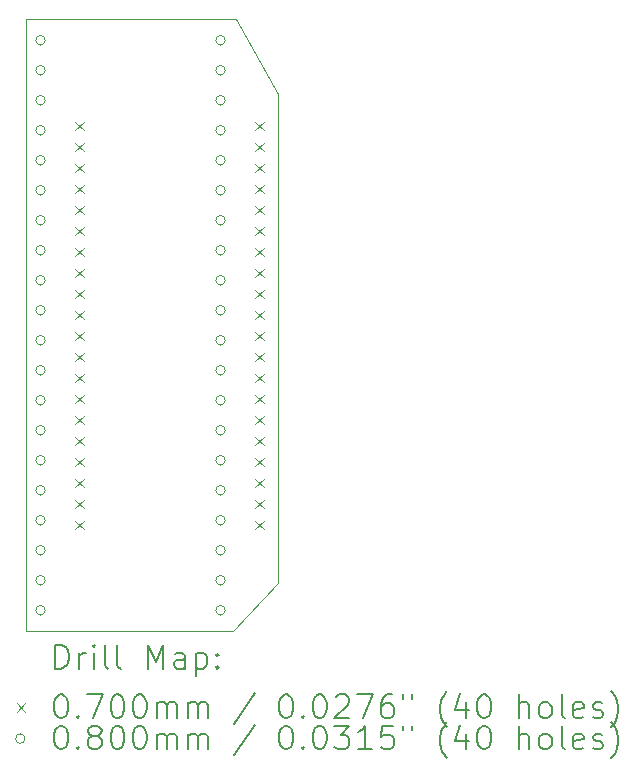
<source format=gbr>
%FSLAX45Y45*%
G04 Gerber Fmt 4.5, Leading zero omitted, Abs format (unit mm)*
G04 Created by KiCad (PCBNEW (6.0.4)) date 2022-12-30 23:34:51*
%MOMM*%
%LPD*%
G01*
G04 APERTURE LIST*
%TA.AperFunction,Profile*%
%ADD10C,0.100000*%
%TD*%
%ADD11C,0.200000*%
%ADD12C,0.070000*%
%ADD13C,0.080000*%
G04 APERTURE END LIST*
D10*
X13563600Y-9525000D02*
X13563600Y-9652000D01*
X11430000Y-10287000D02*
X11430000Y-5105400D01*
X13563600Y-9880600D02*
X13182600Y-10287000D01*
X11430000Y-5105400D02*
X13208000Y-5105400D01*
X13182600Y-10287000D02*
X11430000Y-10287000D01*
X13563600Y-6019800D02*
X13563600Y-9525000D01*
X13563600Y-5740400D02*
X13563600Y-6019800D01*
X13563600Y-9652000D02*
X13563600Y-9880600D01*
X13208000Y-5105400D02*
X13563600Y-5740400D01*
D11*
D12*
X11852200Y-5972100D02*
X11922200Y-6042100D01*
X11922200Y-5972100D02*
X11852200Y-6042100D01*
X11852200Y-6149900D02*
X11922200Y-6219900D01*
X11922200Y-6149900D02*
X11852200Y-6219900D01*
X11852200Y-6327700D02*
X11922200Y-6397700D01*
X11922200Y-6327700D02*
X11852200Y-6397700D01*
X11852200Y-6505500D02*
X11922200Y-6575500D01*
X11922200Y-6505500D02*
X11852200Y-6575500D01*
X11852200Y-6683300D02*
X11922200Y-6753300D01*
X11922200Y-6683300D02*
X11852200Y-6753300D01*
X11852200Y-6861100D02*
X11922200Y-6931100D01*
X11922200Y-6861100D02*
X11852200Y-6931100D01*
X11852200Y-7038900D02*
X11922200Y-7108900D01*
X11922200Y-7038900D02*
X11852200Y-7108900D01*
X11852200Y-7216700D02*
X11922200Y-7286700D01*
X11922200Y-7216700D02*
X11852200Y-7286700D01*
X11852200Y-7394500D02*
X11922200Y-7464500D01*
X11922200Y-7394500D02*
X11852200Y-7464500D01*
X11852200Y-7572300D02*
X11922200Y-7642300D01*
X11922200Y-7572300D02*
X11852200Y-7642300D01*
X11852200Y-7750100D02*
X11922200Y-7820100D01*
X11922200Y-7750100D02*
X11852200Y-7820100D01*
X11852200Y-7927900D02*
X11922200Y-7997900D01*
X11922200Y-7927900D02*
X11852200Y-7997900D01*
X11852200Y-8105700D02*
X11922200Y-8175700D01*
X11922200Y-8105700D02*
X11852200Y-8175700D01*
X11852200Y-8283500D02*
X11922200Y-8353500D01*
X11922200Y-8283500D02*
X11852200Y-8353500D01*
X11852200Y-8461300D02*
X11922200Y-8531300D01*
X11922200Y-8461300D02*
X11852200Y-8531300D01*
X11852200Y-8639100D02*
X11922200Y-8709100D01*
X11922200Y-8639100D02*
X11852200Y-8709100D01*
X11852200Y-8816900D02*
X11922200Y-8886900D01*
X11922200Y-8816900D02*
X11852200Y-8886900D01*
X11852200Y-8994700D02*
X11922200Y-9064700D01*
X11922200Y-8994700D02*
X11852200Y-9064700D01*
X11852200Y-9172500D02*
X11922200Y-9242500D01*
X11922200Y-9172500D02*
X11852200Y-9242500D01*
X11852200Y-9350300D02*
X11922200Y-9420300D01*
X11922200Y-9350300D02*
X11852200Y-9420300D01*
X13376200Y-5972100D02*
X13446200Y-6042100D01*
X13446200Y-5972100D02*
X13376200Y-6042100D01*
X13376200Y-6149900D02*
X13446200Y-6219900D01*
X13446200Y-6149900D02*
X13376200Y-6219900D01*
X13376200Y-6327700D02*
X13446200Y-6397700D01*
X13446200Y-6327700D02*
X13376200Y-6397700D01*
X13376200Y-6505500D02*
X13446200Y-6575500D01*
X13446200Y-6505500D02*
X13376200Y-6575500D01*
X13376200Y-6683300D02*
X13446200Y-6753300D01*
X13446200Y-6683300D02*
X13376200Y-6753300D01*
X13376200Y-6861100D02*
X13446200Y-6931100D01*
X13446200Y-6861100D02*
X13376200Y-6931100D01*
X13376200Y-7038900D02*
X13446200Y-7108900D01*
X13446200Y-7038900D02*
X13376200Y-7108900D01*
X13376200Y-7216700D02*
X13446200Y-7286700D01*
X13446200Y-7216700D02*
X13376200Y-7286700D01*
X13376200Y-7394500D02*
X13446200Y-7464500D01*
X13446200Y-7394500D02*
X13376200Y-7464500D01*
X13376200Y-7572300D02*
X13446200Y-7642300D01*
X13446200Y-7572300D02*
X13376200Y-7642300D01*
X13376200Y-7750100D02*
X13446200Y-7820100D01*
X13446200Y-7750100D02*
X13376200Y-7820100D01*
X13376200Y-7927900D02*
X13446200Y-7997900D01*
X13446200Y-7927900D02*
X13376200Y-7997900D01*
X13376200Y-8105700D02*
X13446200Y-8175700D01*
X13446200Y-8105700D02*
X13376200Y-8175700D01*
X13376200Y-8283500D02*
X13446200Y-8353500D01*
X13446200Y-8283500D02*
X13376200Y-8353500D01*
X13376200Y-8461300D02*
X13446200Y-8531300D01*
X13446200Y-8461300D02*
X13376200Y-8531300D01*
X13376200Y-8639100D02*
X13446200Y-8709100D01*
X13446200Y-8639100D02*
X13376200Y-8709100D01*
X13376200Y-8816900D02*
X13446200Y-8886900D01*
X13446200Y-8816900D02*
X13376200Y-8886900D01*
X13376200Y-8994700D02*
X13446200Y-9064700D01*
X13446200Y-8994700D02*
X13376200Y-9064700D01*
X13376200Y-9172500D02*
X13446200Y-9242500D01*
X13446200Y-9172500D02*
X13376200Y-9242500D01*
X13376200Y-9350300D02*
X13446200Y-9420300D01*
X13446200Y-9350300D02*
X13376200Y-9420300D01*
D13*
X11596500Y-5283700D02*
G75*
G03*
X11596500Y-5283700I-40000J0D01*
G01*
X11596500Y-5537700D02*
G75*
G03*
X11596500Y-5537700I-40000J0D01*
G01*
X11596500Y-5791700D02*
G75*
G03*
X11596500Y-5791700I-40000J0D01*
G01*
X11596500Y-6045700D02*
G75*
G03*
X11596500Y-6045700I-40000J0D01*
G01*
X11596500Y-6299700D02*
G75*
G03*
X11596500Y-6299700I-40000J0D01*
G01*
X11596500Y-6553700D02*
G75*
G03*
X11596500Y-6553700I-40000J0D01*
G01*
X11596500Y-6807700D02*
G75*
G03*
X11596500Y-6807700I-40000J0D01*
G01*
X11596500Y-7061700D02*
G75*
G03*
X11596500Y-7061700I-40000J0D01*
G01*
X11596500Y-7315700D02*
G75*
G03*
X11596500Y-7315700I-40000J0D01*
G01*
X11596500Y-7569700D02*
G75*
G03*
X11596500Y-7569700I-40000J0D01*
G01*
X11596500Y-7823700D02*
G75*
G03*
X11596500Y-7823700I-40000J0D01*
G01*
X11596500Y-8077700D02*
G75*
G03*
X11596500Y-8077700I-40000J0D01*
G01*
X11596500Y-8331700D02*
G75*
G03*
X11596500Y-8331700I-40000J0D01*
G01*
X11596500Y-8585700D02*
G75*
G03*
X11596500Y-8585700I-40000J0D01*
G01*
X11596500Y-8839700D02*
G75*
G03*
X11596500Y-8839700I-40000J0D01*
G01*
X11596500Y-9093700D02*
G75*
G03*
X11596500Y-9093700I-40000J0D01*
G01*
X11596500Y-9347700D02*
G75*
G03*
X11596500Y-9347700I-40000J0D01*
G01*
X11596500Y-9601700D02*
G75*
G03*
X11596500Y-9601700I-40000J0D01*
G01*
X11596500Y-9855700D02*
G75*
G03*
X11596500Y-9855700I-40000J0D01*
G01*
X11596500Y-10109700D02*
G75*
G03*
X11596500Y-10109700I-40000J0D01*
G01*
X13120500Y-5283700D02*
G75*
G03*
X13120500Y-5283700I-40000J0D01*
G01*
X13120500Y-5537700D02*
G75*
G03*
X13120500Y-5537700I-40000J0D01*
G01*
X13120500Y-5791700D02*
G75*
G03*
X13120500Y-5791700I-40000J0D01*
G01*
X13120500Y-6045700D02*
G75*
G03*
X13120500Y-6045700I-40000J0D01*
G01*
X13120500Y-6299700D02*
G75*
G03*
X13120500Y-6299700I-40000J0D01*
G01*
X13120500Y-6553700D02*
G75*
G03*
X13120500Y-6553700I-40000J0D01*
G01*
X13120500Y-6807700D02*
G75*
G03*
X13120500Y-6807700I-40000J0D01*
G01*
X13120500Y-7061700D02*
G75*
G03*
X13120500Y-7061700I-40000J0D01*
G01*
X13120500Y-7315700D02*
G75*
G03*
X13120500Y-7315700I-40000J0D01*
G01*
X13120500Y-7569700D02*
G75*
G03*
X13120500Y-7569700I-40000J0D01*
G01*
X13120500Y-7823700D02*
G75*
G03*
X13120500Y-7823700I-40000J0D01*
G01*
X13120500Y-8077700D02*
G75*
G03*
X13120500Y-8077700I-40000J0D01*
G01*
X13120500Y-8331700D02*
G75*
G03*
X13120500Y-8331700I-40000J0D01*
G01*
X13120500Y-8585700D02*
G75*
G03*
X13120500Y-8585700I-40000J0D01*
G01*
X13120500Y-8839700D02*
G75*
G03*
X13120500Y-8839700I-40000J0D01*
G01*
X13120500Y-9093700D02*
G75*
G03*
X13120500Y-9093700I-40000J0D01*
G01*
X13120500Y-9347700D02*
G75*
G03*
X13120500Y-9347700I-40000J0D01*
G01*
X13120500Y-9601700D02*
G75*
G03*
X13120500Y-9601700I-40000J0D01*
G01*
X13120500Y-9855700D02*
G75*
G03*
X13120500Y-9855700I-40000J0D01*
G01*
X13120500Y-10109700D02*
G75*
G03*
X13120500Y-10109700I-40000J0D01*
G01*
D11*
X11682619Y-10602476D02*
X11682619Y-10402476D01*
X11730238Y-10402476D01*
X11758809Y-10412000D01*
X11777857Y-10431048D01*
X11787381Y-10450095D01*
X11796905Y-10488190D01*
X11796905Y-10516762D01*
X11787381Y-10554857D01*
X11777857Y-10573905D01*
X11758809Y-10592952D01*
X11730238Y-10602476D01*
X11682619Y-10602476D01*
X11882619Y-10602476D02*
X11882619Y-10469143D01*
X11882619Y-10507238D02*
X11892143Y-10488190D01*
X11901667Y-10478667D01*
X11920714Y-10469143D01*
X11939762Y-10469143D01*
X12006428Y-10602476D02*
X12006428Y-10469143D01*
X12006428Y-10402476D02*
X11996905Y-10412000D01*
X12006428Y-10421524D01*
X12015952Y-10412000D01*
X12006428Y-10402476D01*
X12006428Y-10421524D01*
X12130238Y-10602476D02*
X12111190Y-10592952D01*
X12101667Y-10573905D01*
X12101667Y-10402476D01*
X12235000Y-10602476D02*
X12215952Y-10592952D01*
X12206428Y-10573905D01*
X12206428Y-10402476D01*
X12463571Y-10602476D02*
X12463571Y-10402476D01*
X12530238Y-10545333D01*
X12596905Y-10402476D01*
X12596905Y-10602476D01*
X12777857Y-10602476D02*
X12777857Y-10497714D01*
X12768333Y-10478667D01*
X12749286Y-10469143D01*
X12711190Y-10469143D01*
X12692143Y-10478667D01*
X12777857Y-10592952D02*
X12758809Y-10602476D01*
X12711190Y-10602476D01*
X12692143Y-10592952D01*
X12682619Y-10573905D01*
X12682619Y-10554857D01*
X12692143Y-10535810D01*
X12711190Y-10526286D01*
X12758809Y-10526286D01*
X12777857Y-10516762D01*
X12873095Y-10469143D02*
X12873095Y-10669143D01*
X12873095Y-10478667D02*
X12892143Y-10469143D01*
X12930238Y-10469143D01*
X12949286Y-10478667D01*
X12958809Y-10488190D01*
X12968333Y-10507238D01*
X12968333Y-10564381D01*
X12958809Y-10583429D01*
X12949286Y-10592952D01*
X12930238Y-10602476D01*
X12892143Y-10602476D01*
X12873095Y-10592952D01*
X13054048Y-10583429D02*
X13063571Y-10592952D01*
X13054048Y-10602476D01*
X13044524Y-10592952D01*
X13054048Y-10583429D01*
X13054048Y-10602476D01*
X13054048Y-10478667D02*
X13063571Y-10488190D01*
X13054048Y-10497714D01*
X13044524Y-10488190D01*
X13054048Y-10478667D01*
X13054048Y-10497714D01*
D12*
X11355000Y-10897000D02*
X11425000Y-10967000D01*
X11425000Y-10897000D02*
X11355000Y-10967000D01*
D11*
X11720714Y-10822476D02*
X11739762Y-10822476D01*
X11758809Y-10832000D01*
X11768333Y-10841524D01*
X11777857Y-10860571D01*
X11787381Y-10898667D01*
X11787381Y-10946286D01*
X11777857Y-10984381D01*
X11768333Y-11003429D01*
X11758809Y-11012952D01*
X11739762Y-11022476D01*
X11720714Y-11022476D01*
X11701667Y-11012952D01*
X11692143Y-11003429D01*
X11682619Y-10984381D01*
X11673095Y-10946286D01*
X11673095Y-10898667D01*
X11682619Y-10860571D01*
X11692143Y-10841524D01*
X11701667Y-10832000D01*
X11720714Y-10822476D01*
X11873095Y-11003429D02*
X11882619Y-11012952D01*
X11873095Y-11022476D01*
X11863571Y-11012952D01*
X11873095Y-11003429D01*
X11873095Y-11022476D01*
X11949286Y-10822476D02*
X12082619Y-10822476D01*
X11996905Y-11022476D01*
X12196905Y-10822476D02*
X12215952Y-10822476D01*
X12235000Y-10832000D01*
X12244524Y-10841524D01*
X12254048Y-10860571D01*
X12263571Y-10898667D01*
X12263571Y-10946286D01*
X12254048Y-10984381D01*
X12244524Y-11003429D01*
X12235000Y-11012952D01*
X12215952Y-11022476D01*
X12196905Y-11022476D01*
X12177857Y-11012952D01*
X12168333Y-11003429D01*
X12158809Y-10984381D01*
X12149286Y-10946286D01*
X12149286Y-10898667D01*
X12158809Y-10860571D01*
X12168333Y-10841524D01*
X12177857Y-10832000D01*
X12196905Y-10822476D01*
X12387381Y-10822476D02*
X12406428Y-10822476D01*
X12425476Y-10832000D01*
X12435000Y-10841524D01*
X12444524Y-10860571D01*
X12454048Y-10898667D01*
X12454048Y-10946286D01*
X12444524Y-10984381D01*
X12435000Y-11003429D01*
X12425476Y-11012952D01*
X12406428Y-11022476D01*
X12387381Y-11022476D01*
X12368333Y-11012952D01*
X12358809Y-11003429D01*
X12349286Y-10984381D01*
X12339762Y-10946286D01*
X12339762Y-10898667D01*
X12349286Y-10860571D01*
X12358809Y-10841524D01*
X12368333Y-10832000D01*
X12387381Y-10822476D01*
X12539762Y-11022476D02*
X12539762Y-10889143D01*
X12539762Y-10908190D02*
X12549286Y-10898667D01*
X12568333Y-10889143D01*
X12596905Y-10889143D01*
X12615952Y-10898667D01*
X12625476Y-10917714D01*
X12625476Y-11022476D01*
X12625476Y-10917714D02*
X12635000Y-10898667D01*
X12654048Y-10889143D01*
X12682619Y-10889143D01*
X12701667Y-10898667D01*
X12711190Y-10917714D01*
X12711190Y-11022476D01*
X12806428Y-11022476D02*
X12806428Y-10889143D01*
X12806428Y-10908190D02*
X12815952Y-10898667D01*
X12835000Y-10889143D01*
X12863571Y-10889143D01*
X12882619Y-10898667D01*
X12892143Y-10917714D01*
X12892143Y-11022476D01*
X12892143Y-10917714D02*
X12901667Y-10898667D01*
X12920714Y-10889143D01*
X12949286Y-10889143D01*
X12968333Y-10898667D01*
X12977857Y-10917714D01*
X12977857Y-11022476D01*
X13368333Y-10812952D02*
X13196905Y-11070095D01*
X13625476Y-10822476D02*
X13644524Y-10822476D01*
X13663571Y-10832000D01*
X13673095Y-10841524D01*
X13682619Y-10860571D01*
X13692143Y-10898667D01*
X13692143Y-10946286D01*
X13682619Y-10984381D01*
X13673095Y-11003429D01*
X13663571Y-11012952D01*
X13644524Y-11022476D01*
X13625476Y-11022476D01*
X13606428Y-11012952D01*
X13596905Y-11003429D01*
X13587381Y-10984381D01*
X13577857Y-10946286D01*
X13577857Y-10898667D01*
X13587381Y-10860571D01*
X13596905Y-10841524D01*
X13606428Y-10832000D01*
X13625476Y-10822476D01*
X13777857Y-11003429D02*
X13787381Y-11012952D01*
X13777857Y-11022476D01*
X13768333Y-11012952D01*
X13777857Y-11003429D01*
X13777857Y-11022476D01*
X13911190Y-10822476D02*
X13930238Y-10822476D01*
X13949286Y-10832000D01*
X13958809Y-10841524D01*
X13968333Y-10860571D01*
X13977857Y-10898667D01*
X13977857Y-10946286D01*
X13968333Y-10984381D01*
X13958809Y-11003429D01*
X13949286Y-11012952D01*
X13930238Y-11022476D01*
X13911190Y-11022476D01*
X13892143Y-11012952D01*
X13882619Y-11003429D01*
X13873095Y-10984381D01*
X13863571Y-10946286D01*
X13863571Y-10898667D01*
X13873095Y-10860571D01*
X13882619Y-10841524D01*
X13892143Y-10832000D01*
X13911190Y-10822476D01*
X14054048Y-10841524D02*
X14063571Y-10832000D01*
X14082619Y-10822476D01*
X14130238Y-10822476D01*
X14149286Y-10832000D01*
X14158809Y-10841524D01*
X14168333Y-10860571D01*
X14168333Y-10879619D01*
X14158809Y-10908190D01*
X14044524Y-11022476D01*
X14168333Y-11022476D01*
X14235000Y-10822476D02*
X14368333Y-10822476D01*
X14282619Y-11022476D01*
X14530238Y-10822476D02*
X14492143Y-10822476D01*
X14473095Y-10832000D01*
X14463571Y-10841524D01*
X14444524Y-10870095D01*
X14435000Y-10908190D01*
X14435000Y-10984381D01*
X14444524Y-11003429D01*
X14454048Y-11012952D01*
X14473095Y-11022476D01*
X14511190Y-11022476D01*
X14530238Y-11012952D01*
X14539762Y-11003429D01*
X14549286Y-10984381D01*
X14549286Y-10936762D01*
X14539762Y-10917714D01*
X14530238Y-10908190D01*
X14511190Y-10898667D01*
X14473095Y-10898667D01*
X14454048Y-10908190D01*
X14444524Y-10917714D01*
X14435000Y-10936762D01*
X14625476Y-10822476D02*
X14625476Y-10860571D01*
X14701667Y-10822476D02*
X14701667Y-10860571D01*
X14996905Y-11098667D02*
X14987381Y-11089143D01*
X14968333Y-11060571D01*
X14958809Y-11041524D01*
X14949286Y-11012952D01*
X14939762Y-10965333D01*
X14939762Y-10927238D01*
X14949286Y-10879619D01*
X14958809Y-10851048D01*
X14968333Y-10832000D01*
X14987381Y-10803429D01*
X14996905Y-10793905D01*
X15158809Y-10889143D02*
X15158809Y-11022476D01*
X15111190Y-10812952D02*
X15063571Y-10955810D01*
X15187381Y-10955810D01*
X15301667Y-10822476D02*
X15320714Y-10822476D01*
X15339762Y-10832000D01*
X15349286Y-10841524D01*
X15358809Y-10860571D01*
X15368333Y-10898667D01*
X15368333Y-10946286D01*
X15358809Y-10984381D01*
X15349286Y-11003429D01*
X15339762Y-11012952D01*
X15320714Y-11022476D01*
X15301667Y-11022476D01*
X15282619Y-11012952D01*
X15273095Y-11003429D01*
X15263571Y-10984381D01*
X15254048Y-10946286D01*
X15254048Y-10898667D01*
X15263571Y-10860571D01*
X15273095Y-10841524D01*
X15282619Y-10832000D01*
X15301667Y-10822476D01*
X15606428Y-11022476D02*
X15606428Y-10822476D01*
X15692143Y-11022476D02*
X15692143Y-10917714D01*
X15682619Y-10898667D01*
X15663571Y-10889143D01*
X15635000Y-10889143D01*
X15615952Y-10898667D01*
X15606428Y-10908190D01*
X15815952Y-11022476D02*
X15796905Y-11012952D01*
X15787381Y-11003429D01*
X15777857Y-10984381D01*
X15777857Y-10927238D01*
X15787381Y-10908190D01*
X15796905Y-10898667D01*
X15815952Y-10889143D01*
X15844524Y-10889143D01*
X15863571Y-10898667D01*
X15873095Y-10908190D01*
X15882619Y-10927238D01*
X15882619Y-10984381D01*
X15873095Y-11003429D01*
X15863571Y-11012952D01*
X15844524Y-11022476D01*
X15815952Y-11022476D01*
X15996905Y-11022476D02*
X15977857Y-11012952D01*
X15968333Y-10993905D01*
X15968333Y-10822476D01*
X16149286Y-11012952D02*
X16130238Y-11022476D01*
X16092143Y-11022476D01*
X16073095Y-11012952D01*
X16063571Y-10993905D01*
X16063571Y-10917714D01*
X16073095Y-10898667D01*
X16092143Y-10889143D01*
X16130238Y-10889143D01*
X16149286Y-10898667D01*
X16158809Y-10917714D01*
X16158809Y-10936762D01*
X16063571Y-10955810D01*
X16235000Y-11012952D02*
X16254048Y-11022476D01*
X16292143Y-11022476D01*
X16311190Y-11012952D01*
X16320714Y-10993905D01*
X16320714Y-10984381D01*
X16311190Y-10965333D01*
X16292143Y-10955810D01*
X16263571Y-10955810D01*
X16244524Y-10946286D01*
X16235000Y-10927238D01*
X16235000Y-10917714D01*
X16244524Y-10898667D01*
X16263571Y-10889143D01*
X16292143Y-10889143D01*
X16311190Y-10898667D01*
X16387381Y-11098667D02*
X16396905Y-11089143D01*
X16415952Y-11060571D01*
X16425476Y-11041524D01*
X16435000Y-11012952D01*
X16444524Y-10965333D01*
X16444524Y-10927238D01*
X16435000Y-10879619D01*
X16425476Y-10851048D01*
X16415952Y-10832000D01*
X16396905Y-10803429D01*
X16387381Y-10793905D01*
D13*
X11425000Y-11196000D02*
G75*
G03*
X11425000Y-11196000I-40000J0D01*
G01*
D11*
X11720714Y-11086476D02*
X11739762Y-11086476D01*
X11758809Y-11096000D01*
X11768333Y-11105524D01*
X11777857Y-11124571D01*
X11787381Y-11162667D01*
X11787381Y-11210286D01*
X11777857Y-11248381D01*
X11768333Y-11267428D01*
X11758809Y-11276952D01*
X11739762Y-11286476D01*
X11720714Y-11286476D01*
X11701667Y-11276952D01*
X11692143Y-11267428D01*
X11682619Y-11248381D01*
X11673095Y-11210286D01*
X11673095Y-11162667D01*
X11682619Y-11124571D01*
X11692143Y-11105524D01*
X11701667Y-11096000D01*
X11720714Y-11086476D01*
X11873095Y-11267428D02*
X11882619Y-11276952D01*
X11873095Y-11286476D01*
X11863571Y-11276952D01*
X11873095Y-11267428D01*
X11873095Y-11286476D01*
X11996905Y-11172190D02*
X11977857Y-11162667D01*
X11968333Y-11153143D01*
X11958809Y-11134095D01*
X11958809Y-11124571D01*
X11968333Y-11105524D01*
X11977857Y-11096000D01*
X11996905Y-11086476D01*
X12035000Y-11086476D01*
X12054048Y-11096000D01*
X12063571Y-11105524D01*
X12073095Y-11124571D01*
X12073095Y-11134095D01*
X12063571Y-11153143D01*
X12054048Y-11162667D01*
X12035000Y-11172190D01*
X11996905Y-11172190D01*
X11977857Y-11181714D01*
X11968333Y-11191238D01*
X11958809Y-11210286D01*
X11958809Y-11248381D01*
X11968333Y-11267428D01*
X11977857Y-11276952D01*
X11996905Y-11286476D01*
X12035000Y-11286476D01*
X12054048Y-11276952D01*
X12063571Y-11267428D01*
X12073095Y-11248381D01*
X12073095Y-11210286D01*
X12063571Y-11191238D01*
X12054048Y-11181714D01*
X12035000Y-11172190D01*
X12196905Y-11086476D02*
X12215952Y-11086476D01*
X12235000Y-11096000D01*
X12244524Y-11105524D01*
X12254048Y-11124571D01*
X12263571Y-11162667D01*
X12263571Y-11210286D01*
X12254048Y-11248381D01*
X12244524Y-11267428D01*
X12235000Y-11276952D01*
X12215952Y-11286476D01*
X12196905Y-11286476D01*
X12177857Y-11276952D01*
X12168333Y-11267428D01*
X12158809Y-11248381D01*
X12149286Y-11210286D01*
X12149286Y-11162667D01*
X12158809Y-11124571D01*
X12168333Y-11105524D01*
X12177857Y-11096000D01*
X12196905Y-11086476D01*
X12387381Y-11086476D02*
X12406428Y-11086476D01*
X12425476Y-11096000D01*
X12435000Y-11105524D01*
X12444524Y-11124571D01*
X12454048Y-11162667D01*
X12454048Y-11210286D01*
X12444524Y-11248381D01*
X12435000Y-11267428D01*
X12425476Y-11276952D01*
X12406428Y-11286476D01*
X12387381Y-11286476D01*
X12368333Y-11276952D01*
X12358809Y-11267428D01*
X12349286Y-11248381D01*
X12339762Y-11210286D01*
X12339762Y-11162667D01*
X12349286Y-11124571D01*
X12358809Y-11105524D01*
X12368333Y-11096000D01*
X12387381Y-11086476D01*
X12539762Y-11286476D02*
X12539762Y-11153143D01*
X12539762Y-11172190D02*
X12549286Y-11162667D01*
X12568333Y-11153143D01*
X12596905Y-11153143D01*
X12615952Y-11162667D01*
X12625476Y-11181714D01*
X12625476Y-11286476D01*
X12625476Y-11181714D02*
X12635000Y-11162667D01*
X12654048Y-11153143D01*
X12682619Y-11153143D01*
X12701667Y-11162667D01*
X12711190Y-11181714D01*
X12711190Y-11286476D01*
X12806428Y-11286476D02*
X12806428Y-11153143D01*
X12806428Y-11172190D02*
X12815952Y-11162667D01*
X12835000Y-11153143D01*
X12863571Y-11153143D01*
X12882619Y-11162667D01*
X12892143Y-11181714D01*
X12892143Y-11286476D01*
X12892143Y-11181714D02*
X12901667Y-11162667D01*
X12920714Y-11153143D01*
X12949286Y-11153143D01*
X12968333Y-11162667D01*
X12977857Y-11181714D01*
X12977857Y-11286476D01*
X13368333Y-11076952D02*
X13196905Y-11334095D01*
X13625476Y-11086476D02*
X13644524Y-11086476D01*
X13663571Y-11096000D01*
X13673095Y-11105524D01*
X13682619Y-11124571D01*
X13692143Y-11162667D01*
X13692143Y-11210286D01*
X13682619Y-11248381D01*
X13673095Y-11267428D01*
X13663571Y-11276952D01*
X13644524Y-11286476D01*
X13625476Y-11286476D01*
X13606428Y-11276952D01*
X13596905Y-11267428D01*
X13587381Y-11248381D01*
X13577857Y-11210286D01*
X13577857Y-11162667D01*
X13587381Y-11124571D01*
X13596905Y-11105524D01*
X13606428Y-11096000D01*
X13625476Y-11086476D01*
X13777857Y-11267428D02*
X13787381Y-11276952D01*
X13777857Y-11286476D01*
X13768333Y-11276952D01*
X13777857Y-11267428D01*
X13777857Y-11286476D01*
X13911190Y-11086476D02*
X13930238Y-11086476D01*
X13949286Y-11096000D01*
X13958809Y-11105524D01*
X13968333Y-11124571D01*
X13977857Y-11162667D01*
X13977857Y-11210286D01*
X13968333Y-11248381D01*
X13958809Y-11267428D01*
X13949286Y-11276952D01*
X13930238Y-11286476D01*
X13911190Y-11286476D01*
X13892143Y-11276952D01*
X13882619Y-11267428D01*
X13873095Y-11248381D01*
X13863571Y-11210286D01*
X13863571Y-11162667D01*
X13873095Y-11124571D01*
X13882619Y-11105524D01*
X13892143Y-11096000D01*
X13911190Y-11086476D01*
X14044524Y-11086476D02*
X14168333Y-11086476D01*
X14101667Y-11162667D01*
X14130238Y-11162667D01*
X14149286Y-11172190D01*
X14158809Y-11181714D01*
X14168333Y-11200762D01*
X14168333Y-11248381D01*
X14158809Y-11267428D01*
X14149286Y-11276952D01*
X14130238Y-11286476D01*
X14073095Y-11286476D01*
X14054048Y-11276952D01*
X14044524Y-11267428D01*
X14358809Y-11286476D02*
X14244524Y-11286476D01*
X14301667Y-11286476D02*
X14301667Y-11086476D01*
X14282619Y-11115048D01*
X14263571Y-11134095D01*
X14244524Y-11143619D01*
X14539762Y-11086476D02*
X14444524Y-11086476D01*
X14435000Y-11181714D01*
X14444524Y-11172190D01*
X14463571Y-11162667D01*
X14511190Y-11162667D01*
X14530238Y-11172190D01*
X14539762Y-11181714D01*
X14549286Y-11200762D01*
X14549286Y-11248381D01*
X14539762Y-11267428D01*
X14530238Y-11276952D01*
X14511190Y-11286476D01*
X14463571Y-11286476D01*
X14444524Y-11276952D01*
X14435000Y-11267428D01*
X14625476Y-11086476D02*
X14625476Y-11124571D01*
X14701667Y-11086476D02*
X14701667Y-11124571D01*
X14996905Y-11362667D02*
X14987381Y-11353143D01*
X14968333Y-11324571D01*
X14958809Y-11305524D01*
X14949286Y-11276952D01*
X14939762Y-11229333D01*
X14939762Y-11191238D01*
X14949286Y-11143619D01*
X14958809Y-11115048D01*
X14968333Y-11096000D01*
X14987381Y-11067429D01*
X14996905Y-11057905D01*
X15158809Y-11153143D02*
X15158809Y-11286476D01*
X15111190Y-11076952D02*
X15063571Y-11219809D01*
X15187381Y-11219809D01*
X15301667Y-11086476D02*
X15320714Y-11086476D01*
X15339762Y-11096000D01*
X15349286Y-11105524D01*
X15358809Y-11124571D01*
X15368333Y-11162667D01*
X15368333Y-11210286D01*
X15358809Y-11248381D01*
X15349286Y-11267428D01*
X15339762Y-11276952D01*
X15320714Y-11286476D01*
X15301667Y-11286476D01*
X15282619Y-11276952D01*
X15273095Y-11267428D01*
X15263571Y-11248381D01*
X15254048Y-11210286D01*
X15254048Y-11162667D01*
X15263571Y-11124571D01*
X15273095Y-11105524D01*
X15282619Y-11096000D01*
X15301667Y-11086476D01*
X15606428Y-11286476D02*
X15606428Y-11086476D01*
X15692143Y-11286476D02*
X15692143Y-11181714D01*
X15682619Y-11162667D01*
X15663571Y-11153143D01*
X15635000Y-11153143D01*
X15615952Y-11162667D01*
X15606428Y-11172190D01*
X15815952Y-11286476D02*
X15796905Y-11276952D01*
X15787381Y-11267428D01*
X15777857Y-11248381D01*
X15777857Y-11191238D01*
X15787381Y-11172190D01*
X15796905Y-11162667D01*
X15815952Y-11153143D01*
X15844524Y-11153143D01*
X15863571Y-11162667D01*
X15873095Y-11172190D01*
X15882619Y-11191238D01*
X15882619Y-11248381D01*
X15873095Y-11267428D01*
X15863571Y-11276952D01*
X15844524Y-11286476D01*
X15815952Y-11286476D01*
X15996905Y-11286476D02*
X15977857Y-11276952D01*
X15968333Y-11257905D01*
X15968333Y-11086476D01*
X16149286Y-11276952D02*
X16130238Y-11286476D01*
X16092143Y-11286476D01*
X16073095Y-11276952D01*
X16063571Y-11257905D01*
X16063571Y-11181714D01*
X16073095Y-11162667D01*
X16092143Y-11153143D01*
X16130238Y-11153143D01*
X16149286Y-11162667D01*
X16158809Y-11181714D01*
X16158809Y-11200762D01*
X16063571Y-11219809D01*
X16235000Y-11276952D02*
X16254048Y-11286476D01*
X16292143Y-11286476D01*
X16311190Y-11276952D01*
X16320714Y-11257905D01*
X16320714Y-11248381D01*
X16311190Y-11229333D01*
X16292143Y-11219809D01*
X16263571Y-11219809D01*
X16244524Y-11210286D01*
X16235000Y-11191238D01*
X16235000Y-11181714D01*
X16244524Y-11162667D01*
X16263571Y-11153143D01*
X16292143Y-11153143D01*
X16311190Y-11162667D01*
X16387381Y-11362667D02*
X16396905Y-11353143D01*
X16415952Y-11324571D01*
X16425476Y-11305524D01*
X16435000Y-11276952D01*
X16444524Y-11229333D01*
X16444524Y-11191238D01*
X16435000Y-11143619D01*
X16425476Y-11115048D01*
X16415952Y-11096000D01*
X16396905Y-11067429D01*
X16387381Y-11057905D01*
M02*

</source>
